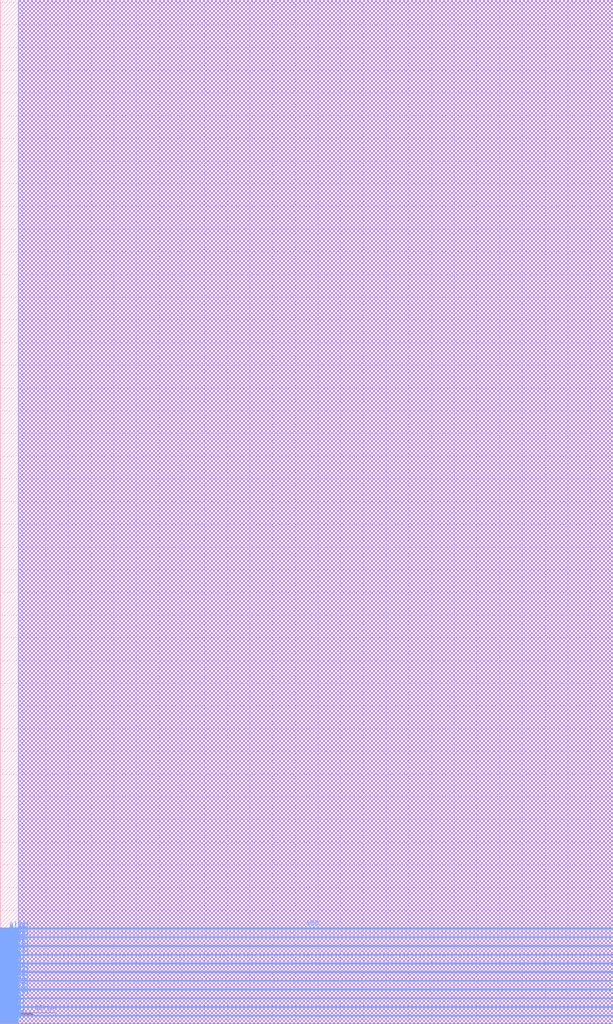
<source format=lef>
VERSION 5.6 ;
BUSBITCHARS "[]" ;
DIVIDERCHAR "/" ;

MACRO SRAM1RW1024x37
  CLASS BLOCK ;
  ORIGIN 0 0 ;
  FOREIGN SRAM1RW1024x37 0 0 ;
  SIZE 135.008 BY 225.508 ;
  SYMMETRY X Y ;
  SITE coreSite ;
  PIN VDD
    DIRECTION INOUT ;
    USE POWER ;
    PORT 
      LAYER M4 ;
        RECT 0.0 1.632 135.008 1.728 ;
        RECT 0.0 3.552 135.008 3.648 ;
        RECT 0.0 5.472 135.008 5.568 ;
        RECT 0.0 7.392 135.008 7.488 ;
        RECT 0.0 9.312 135.008 9.408 ;
        RECT 0.0 11.232 135.008 11.328 ;
        RECT 0.0 13.152 135.008 13.248 ;
        RECT 0.0 15.072 135.008 15.168 ;
        RECT 0.0 16.992 135.008 17.088 ;
        RECT 0.0 18.912 135.008 19.008 ;
        RECT 0.0 20.832 135.008 20.928 ;
    END 
  END VDD
  PIN VSS
    DIRECTION INOUT ;
    USE GROUND ;
    PORT 
      LAYER M4 ;
        RECT 0.0 1.824 135.008 1.92 ;
        RECT 0.0 3.744 135.008 3.84 ;
        RECT 0.0 5.664 135.008 5.76 ;
        RECT 0.0 7.584 135.008 7.68 ;
        RECT 0.0 9.504 135.008 9.6 ;
        RECT 0.0 11.424 135.008 11.52 ;
        RECT 0.0 13.344 135.008 13.44 ;
        RECT 0.0 15.264 135.008 15.36 ;
        RECT 0.0 17.184 135.008 17.28 ;
        RECT 0.0 19.104 135.008 19.2 ;
        RECT 0.0 21.024 135.008 21.12 ;
    END 
  END VSS
  PIN CE
    DIRECTION INPUT ;
    USE SIGNAL ;
    PORT 
      LAYER M4 ;
        RECT 0.0 0.096 4.0 0.192 ;
    END 
  END CE
  PIN WEB
    DIRECTION INPUT ;
    USE SIGNAL ;
    PORT 
      LAYER M4 ;
        RECT 0.0 0.288 4.0 0.384 ;
    END 
  END WEB
  PIN OEB
    DIRECTION INPUT ;
    USE SIGNAL ;
    PORT 
      LAYER M4 ;
        RECT 0.0 0.48 4.0 0.576 ;
    END 
  END OEB
  PIN CSB
    DIRECTION INPUT ;
    USE SIGNAL ;
    PORT 
      LAYER M4 ;
        RECT 0.0 0.672 4.0 0.768 ;
    END 
  END CSB
  PIN A[0]
    DIRECTION INPUT ;
    USE SIGNAL ;
    PORT 
      LAYER M4 ;
        RECT 0.0 0.864 4.0 0.96 ;
    END 
  END A[0]
  PIN A[1]
    DIRECTION INPUT ;
    USE SIGNAL ;
    PORT 
      LAYER M4 ;
        RECT 0.0 1.056 4.0 1.152 ;
    END 
  END A[1]
  PIN A[2]
    DIRECTION INPUT ;
    USE SIGNAL ;
    PORT 
      LAYER M4 ;
        RECT 0.0 1.248 4.0 1.344 ;
    END 
  END A[2]
  PIN A[3]
    DIRECTION INPUT ;
    USE SIGNAL ;
    PORT 
      LAYER M4 ;
        RECT 0.0 1.44 4.0 1.536 ;
    END 
  END A[3]
  PIN A[4]
    DIRECTION INPUT ;
    USE SIGNAL ;
    PORT 
      LAYER M4 ;
        RECT 0.0 2.016 4.0 2.112 ;
    END 
  END A[4]
  PIN A[5]
    DIRECTION INPUT ;
    USE SIGNAL ;
    PORT 
      LAYER M4 ;
        RECT 0.0 2.208 4.0 2.304 ;
    END 
  END A[5]
  PIN A[6]
    DIRECTION INPUT ;
    USE SIGNAL ;
    PORT 
      LAYER M4 ;
        RECT 0.0 2.4 4.0 2.496 ;
    END 
  END A[6]
  PIN A[7]
    DIRECTION INPUT ;
    USE SIGNAL ;
    PORT 
      LAYER M4 ;
        RECT 0.0 2.592 4.0 2.688 ;
    END 
  END A[7]
  PIN A[8]
    DIRECTION INPUT ;
    USE SIGNAL ;
    PORT 
      LAYER M4 ;
        RECT 0.0 2.784 4.0 2.88 ;
    END 
  END A[8]
  PIN A[9]
    DIRECTION INPUT ;
    USE SIGNAL ;
    PORT 
      LAYER M4 ;
        RECT 0.0 2.976 4.0 3.072 ;
    END 
  END A[9]
  PIN I[0]
    DIRECTION INPUT ;
    USE SIGNAL ;
    PORT 
      LAYER M4 ;
        RECT 0.0 3.168 4.0 3.264 ;
    END 
  END I[0]
  PIN I[1]
    DIRECTION INPUT ;
    USE SIGNAL ;
    PORT 
      LAYER M4 ;
        RECT 0.0 3.36 4.0 3.456 ;
    END 
  END I[1]
  PIN I[2]
    DIRECTION INPUT ;
    USE SIGNAL ;
    PORT 
      LAYER M4 ;
        RECT 0.0 3.936 4.0 4.032 ;
    END 
  END I[2]
  PIN I[3]
    DIRECTION INPUT ;
    USE SIGNAL ;
    PORT 
      LAYER M4 ;
        RECT 0.0 4.128 4.0 4.224 ;
    END 
  END I[3]
  PIN I[4]
    DIRECTION INPUT ;
    USE SIGNAL ;
    PORT 
      LAYER M4 ;
        RECT 0.0 4.32 4.0 4.416 ;
    END 
  END I[4]
  PIN I[5]
    DIRECTION INPUT ;
    USE SIGNAL ;
    PORT 
      LAYER M4 ;
        RECT 0.0 4.512 4.0 4.608 ;
    END 
  END I[5]
  PIN I[6]
    DIRECTION INPUT ;
    USE SIGNAL ;
    PORT 
      LAYER M4 ;
        RECT 0.0 4.704 4.0 4.8 ;
    END 
  END I[6]
  PIN I[7]
    DIRECTION INPUT ;
    USE SIGNAL ;
    PORT 
      LAYER M4 ;
        RECT 0.0 4.896 4.0 4.992 ;
    END 
  END I[7]
  PIN I[8]
    DIRECTION INPUT ;
    USE SIGNAL ;
    PORT 
      LAYER M4 ;
        RECT 0.0 5.088 4.0 5.184 ;
    END 
  END I[8]
  PIN I[9]
    DIRECTION INPUT ;
    USE SIGNAL ;
    PORT 
      LAYER M4 ;
        RECT 0.0 5.28 4.0 5.376 ;
    END 
  END I[9]
  PIN I[10]
    DIRECTION INPUT ;
    USE SIGNAL ;
    PORT 
      LAYER M4 ;
        RECT 0.0 5.856 4.0 5.952 ;
    END 
  END I[10]
  PIN I[11]
    DIRECTION INPUT ;
    USE SIGNAL ;
    PORT 
      LAYER M4 ;
        RECT 0.0 6.048 4.0 6.144 ;
    END 
  END I[11]
  PIN I[12]
    DIRECTION INPUT ;
    USE SIGNAL ;
    PORT 
      LAYER M4 ;
        RECT 0.0 6.24 4.0 6.336 ;
    END 
  END I[12]
  PIN I[13]
    DIRECTION INPUT ;
    USE SIGNAL ;
    PORT 
      LAYER M4 ;
        RECT 0.0 6.432 4.0 6.528 ;
    END 
  END I[13]
  PIN I[14]
    DIRECTION INPUT ;
    USE SIGNAL ;
    PORT 
      LAYER M4 ;
        RECT 0.0 6.624 4.0 6.72 ;
    END 
  END I[14]
  PIN I[15]
    DIRECTION INPUT ;
    USE SIGNAL ;
    PORT 
      LAYER M4 ;
        RECT 0.0 6.816 4.0 6.912 ;
    END 
  END I[15]
  PIN I[16]
    DIRECTION INPUT ;
    USE SIGNAL ;
    PORT 
      LAYER M4 ;
        RECT 0.0 7.008 4.0 7.104 ;
    END 
  END I[16]
  PIN I[17]
    DIRECTION INPUT ;
    USE SIGNAL ;
    PORT 
      LAYER M4 ;
        RECT 0.0 7.2 4.0 7.296 ;
    END 
  END I[17]
  PIN I[18]
    DIRECTION INPUT ;
    USE SIGNAL ;
    PORT 
      LAYER M4 ;
        RECT 0.0 7.776 4.0 7.872 ;
    END 
  END I[18]
  PIN I[19]
    DIRECTION INPUT ;
    USE SIGNAL ;
    PORT 
      LAYER M4 ;
        RECT 0.0 7.968 4.0 8.064 ;
    END 
  END I[19]
  PIN I[20]
    DIRECTION INPUT ;
    USE SIGNAL ;
    PORT 
      LAYER M4 ;
        RECT 0.0 8.16 4.0 8.256 ;
    END 
  END I[20]
  PIN I[21]
    DIRECTION INPUT ;
    USE SIGNAL ;
    PORT 
      LAYER M4 ;
        RECT 0.0 8.352 4.0 8.448 ;
    END 
  END I[21]
  PIN I[22]
    DIRECTION INPUT ;
    USE SIGNAL ;
    PORT 
      LAYER M4 ;
        RECT 0.0 8.544 4.0 8.64 ;
    END 
  END I[22]
  PIN I[23]
    DIRECTION INPUT ;
    USE SIGNAL ;
    PORT 
      LAYER M4 ;
        RECT 0.0 8.736 4.0 8.832 ;
    END 
  END I[23]
  PIN I[24]
    DIRECTION INPUT ;
    USE SIGNAL ;
    PORT 
      LAYER M4 ;
        RECT 0.0 8.928 4.0 9.024 ;
    END 
  END I[24]
  PIN I[25]
    DIRECTION INPUT ;
    USE SIGNAL ;
    PORT 
      LAYER M4 ;
        RECT 0.0 9.12 4.0 9.216 ;
    END 
  END I[25]
  PIN I[26]
    DIRECTION INPUT ;
    USE SIGNAL ;
    PORT 
      LAYER M4 ;
        RECT 0.0 9.696 4.0 9.792 ;
    END 
  END I[26]
  PIN I[27]
    DIRECTION INPUT ;
    USE SIGNAL ;
    PORT 
      LAYER M4 ;
        RECT 0.0 9.888 4.0 9.984 ;
    END 
  END I[27]
  PIN I[28]
    DIRECTION INPUT ;
    USE SIGNAL ;
    PORT 
      LAYER M4 ;
        RECT 0.0 10.08 4.0 10.176 ;
    END 
  END I[28]
  PIN I[29]
    DIRECTION INPUT ;
    USE SIGNAL ;
    PORT 
      LAYER M4 ;
        RECT 0.0 10.272 4.0 10.368 ;
    END 
  END I[29]
  PIN I[30]
    DIRECTION INPUT ;
    USE SIGNAL ;
    PORT 
      LAYER M4 ;
        RECT 0.0 10.464 4.0 10.56 ;
    END 
  END I[30]
  PIN I[31]
    DIRECTION INPUT ;
    USE SIGNAL ;
    PORT 
      LAYER M4 ;
        RECT 0.0 10.656 4.0 10.752 ;
    END 
  END I[31]
  PIN I[32]
    DIRECTION INPUT ;
    USE SIGNAL ;
    PORT 
      LAYER M4 ;
        RECT 0.0 10.848 4.0 10.944 ;
    END 
  END I[32]
  PIN I[33]
    DIRECTION INPUT ;
    USE SIGNAL ;
    PORT 
      LAYER M4 ;
        RECT 0.0 11.04 4.0 11.136 ;
    END 
  END I[33]
  PIN I[34]
    DIRECTION INPUT ;
    USE SIGNAL ;
    PORT 
      LAYER M4 ;
        RECT 0.0 11.616 4.0 11.712 ;
    END 
  END I[34]
  PIN I[35]
    DIRECTION INPUT ;
    USE SIGNAL ;
    PORT 
      LAYER M4 ;
        RECT 0.0 11.808 4.0 11.904 ;
    END 
  END I[35]
  PIN I[36]
    DIRECTION INPUT ;
    USE SIGNAL ;
    PORT 
      LAYER M4 ;
        RECT 0.0 12.0 4.0 12.096 ;
    END 
  END I[36]
  PIN O[0]
    DIRECTION OUTPUT ;
    USE SIGNAL ;
    PORT 
      LAYER M4 ;
        RECT 0.0 12.192 4.0 12.288 ;
    END 
  END O[0]
  PIN O[1]
    DIRECTION OUTPUT ;
    USE SIGNAL ;
    PORT 
      LAYER M4 ;
        RECT 0.0 12.384 4.0 12.48 ;
    END 
  END O[1]
  PIN O[2]
    DIRECTION OUTPUT ;
    USE SIGNAL ;
    PORT 
      LAYER M4 ;
        RECT 0.0 12.576 4.0 12.672 ;
    END 
  END O[2]
  PIN O[3]
    DIRECTION OUTPUT ;
    USE SIGNAL ;
    PORT 
      LAYER M4 ;
        RECT 0.0 12.768 4.0 12.864 ;
    END 
  END O[3]
  PIN O[4]
    DIRECTION OUTPUT ;
    USE SIGNAL ;
    PORT 
      LAYER M4 ;
        RECT 0.0 12.96 4.0 13.056 ;
    END 
  END O[4]
  PIN O[5]
    DIRECTION OUTPUT ;
    USE SIGNAL ;
    PORT 
      LAYER M4 ;
        RECT 0.0 13.536 4.0 13.632 ;
    END 
  END O[5]
  PIN O[6]
    DIRECTION OUTPUT ;
    USE SIGNAL ;
    PORT 
      LAYER M4 ;
        RECT 0.0 13.728 4.0 13.824 ;
    END 
  END O[6]
  PIN O[7]
    DIRECTION OUTPUT ;
    USE SIGNAL ;
    PORT 
      LAYER M4 ;
        RECT 0.0 13.92 4.0 14.016 ;
    END 
  END O[7]
  PIN O[8]
    DIRECTION OUTPUT ;
    USE SIGNAL ;
    PORT 
      LAYER M4 ;
        RECT 0.0 14.112 4.0 14.208 ;
    END 
  END O[8]
  PIN O[9]
    DIRECTION OUTPUT ;
    USE SIGNAL ;
    PORT 
      LAYER M4 ;
        RECT 0.0 14.304 4.0 14.4 ;
    END 
  END O[9]
  PIN O[10]
    DIRECTION OUTPUT ;
    USE SIGNAL ;
    PORT 
      LAYER M4 ;
        RECT 0.0 14.496 4.0 14.592 ;
    END 
  END O[10]
  PIN O[11]
    DIRECTION OUTPUT ;
    USE SIGNAL ;
    PORT 
      LAYER M4 ;
        RECT 0.0 14.688 4.0 14.784 ;
    END 
  END O[11]
  PIN O[12]
    DIRECTION OUTPUT ;
    USE SIGNAL ;
    PORT 
      LAYER M4 ;
        RECT 0.0 14.88 4.0 14.976 ;
    END 
  END O[12]
  PIN O[13]
    DIRECTION OUTPUT ;
    USE SIGNAL ;
    PORT 
      LAYER M4 ;
        RECT 0.0 15.456 4.0 15.552 ;
    END 
  END O[13]
  PIN O[14]
    DIRECTION OUTPUT ;
    USE SIGNAL ;
    PORT 
      LAYER M4 ;
        RECT 0.0 15.648 4.0 15.744 ;
    END 
  END O[14]
  PIN O[15]
    DIRECTION OUTPUT ;
    USE SIGNAL ;
    PORT 
      LAYER M4 ;
        RECT 0.0 15.84 4.0 15.936 ;
    END 
  END O[15]
  PIN O[16]
    DIRECTION OUTPUT ;
    USE SIGNAL ;
    PORT 
      LAYER M4 ;
        RECT 0.0 16.032 4.0 16.128 ;
    END 
  END O[16]
  PIN O[17]
    DIRECTION OUTPUT ;
    USE SIGNAL ;
    PORT 
      LAYER M4 ;
        RECT 0.0 16.224 4.0 16.32 ;
    END 
  END O[17]
  PIN O[18]
    DIRECTION OUTPUT ;
    USE SIGNAL ;
    PORT 
      LAYER M4 ;
        RECT 0.0 16.416 4.0 16.512 ;
    END 
  END O[18]
  PIN O[19]
    DIRECTION OUTPUT ;
    USE SIGNAL ;
    PORT 
      LAYER M4 ;
        RECT 0.0 16.608 4.0 16.704 ;
    END 
  END O[19]
  PIN O[20]
    DIRECTION OUTPUT ;
    USE SIGNAL ;
    PORT 
      LAYER M4 ;
        RECT 0.0 16.8 4.0 16.896 ;
    END 
  END O[20]
  PIN O[21]
    DIRECTION OUTPUT ;
    USE SIGNAL ;
    PORT 
      LAYER M4 ;
        RECT 0.0 17.376 4.0 17.472 ;
    END 
  END O[21]
  PIN O[22]
    DIRECTION OUTPUT ;
    USE SIGNAL ;
    PORT 
      LAYER M4 ;
        RECT 0.0 17.568 4.0 17.664 ;
    END 
  END O[22]
  PIN O[23]
    DIRECTION OUTPUT ;
    USE SIGNAL ;
    PORT 
      LAYER M4 ;
        RECT 0.0 17.76 4.0 17.856 ;
    END 
  END O[23]
  PIN O[24]
    DIRECTION OUTPUT ;
    USE SIGNAL ;
    PORT 
      LAYER M4 ;
        RECT 0.0 17.952 4.0 18.048 ;
    END 
  END O[24]
  PIN O[25]
    DIRECTION OUTPUT ;
    USE SIGNAL ;
    PORT 
      LAYER M4 ;
        RECT 0.0 18.144 4.0 18.24 ;
    END 
  END O[25]
  PIN O[26]
    DIRECTION OUTPUT ;
    USE SIGNAL ;
    PORT 
      LAYER M4 ;
        RECT 0.0 18.336 4.0 18.432 ;
    END 
  END O[26]
  PIN O[27]
    DIRECTION OUTPUT ;
    USE SIGNAL ;
    PORT 
      LAYER M4 ;
        RECT 0.0 18.528 4.0 18.624 ;
    END 
  END O[27]
  PIN O[28]
    DIRECTION OUTPUT ;
    USE SIGNAL ;
    PORT 
      LAYER M4 ;
        RECT 0.0 18.72 4.0 18.816 ;
    END 
  END O[28]
  PIN O[29]
    DIRECTION OUTPUT ;
    USE SIGNAL ;
    PORT 
      LAYER M4 ;
        RECT 0.0 19.296 4.0 19.392 ;
    END 
  END O[29]
  PIN O[30]
    DIRECTION OUTPUT ;
    USE SIGNAL ;
    PORT 
      LAYER M4 ;
        RECT 0.0 19.488 4.0 19.584 ;
    END 
  END O[30]
  PIN O[31]
    DIRECTION OUTPUT ;
    USE SIGNAL ;
    PORT 
      LAYER M4 ;
        RECT 0.0 19.68 4.0 19.776 ;
    END 
  END O[31]
  PIN O[32]
    DIRECTION OUTPUT ;
    USE SIGNAL ;
    PORT 
      LAYER M4 ;
        RECT 0.0 19.872 4.0 19.968 ;
    END 
  END O[32]
  PIN O[33]
    DIRECTION OUTPUT ;
    USE SIGNAL ;
    PORT 
      LAYER M4 ;
        RECT 0.0 20.064 4.0 20.16 ;
    END 
  END O[33]
  PIN O[34]
    DIRECTION OUTPUT ;
    USE SIGNAL ;
    PORT 
      LAYER M4 ;
        RECT 0.0 20.256 4.0 20.352 ;
    END 
  END O[34]
  PIN O[35]
    DIRECTION OUTPUT ;
    USE SIGNAL ;
    PORT 
      LAYER M4 ;
        RECT 0.0 20.448 4.0 20.544 ;
    END 
  END O[35]
  PIN O[36]
    DIRECTION OUTPUT ;
    USE SIGNAL ;
    PORT 
      LAYER M4 ;
        RECT 0.0 20.64 4.0 20.736 ;
    END 
  END O[36]
  OBS 
    LAYER M1 ;
      RECT 4.0 0.0 135.008 225.508 ;
    LAYER M2 ;
      RECT 4.0 0.0 135.008 225.508 ;
    LAYER M3 ;
      RECT 4.0 0.0 135.008 225.508 ;
  END 
END SRAM1RW1024x37

END LIBRARY
</source>
